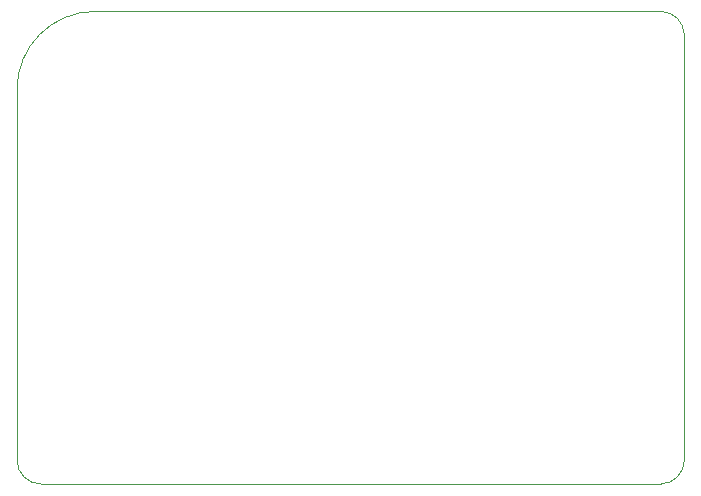
<source format=gm1>
G04 #@! TF.GenerationSoftware,KiCad,Pcbnew,5.1.4-e60b266~84~ubuntu18.04.1*
G04 #@! TF.CreationDate,2019-10-16T22:19:06+05:30*
G04 #@! TF.ProjectId,senseBe_rev4_main,73656e73-6542-4655-9f72-6576345f6d61,rev?*
G04 #@! TF.SameCoordinates,Original*
G04 #@! TF.FileFunction,Profile,NP*
%FSLAX46Y46*%
G04 Gerber Fmt 4.6, Leading zero omitted, Abs format (unit mm)*
G04 Created by KiCad (PCBNEW 5.1.4-e60b266~84~ubuntu18.04.1) date 2019-10-16 22:19:06*
%MOMM*%
%LPD*%
G04 APERTURE LIST*
%ADD10C,0.050000*%
G04 APERTURE END LIST*
D10*
X64500000Y-10000000D02*
G75*
G02X66500000Y-12000000I0J-2000000D01*
G01*
X66500000Y-48000000D02*
G75*
G02X64500000Y-50000000I-2000000J0D01*
G01*
X12000000Y-50000000D02*
G75*
G02X10000000Y-48000000I0J2000000D01*
G01*
X10000000Y-16600000D02*
G75*
G02X16600000Y-10000000I6600000J0D01*
G01*
X64500000Y-10000000D02*
X16600000Y-10000000D01*
X66500000Y-48000000D02*
X66500000Y-12000000D01*
X12000000Y-50000000D02*
X64500000Y-50000000D01*
X10000000Y-16600000D02*
X10000000Y-48000000D01*
M02*

</source>
